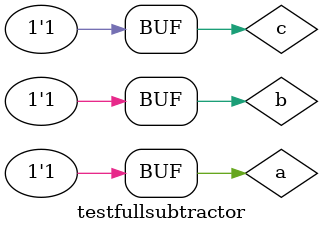
<source format=v>


module halfsubtractor (s0, s1, a, b);
 output s0, s1;
 input  a, b;
 wire q0;
 
xor XOR1 (s0, a, b);
not NOT1 (q0, a);
and AND1 (s1, q0, b);
 
 endmodule //halfsubtractor
 
// ---------------------
// -- fullsubtractor
// ---------------------

module fullsubtractor(s0, s1, a, b, c);
wire q0,q1,q2;
output s0, s1;
input a, b, c;

halfsubtractor MD1 (q0, q1, a, b);
halfsubtractor MD2 (s0, q2, c, q0);
or OR1 (s1, q1, q2);

endmodule // fullsubtractor

// --------------------------
// -- test fullsubtractor
// --------------------------

module testfullsubtractor;
 reg   a, b, c;             
 wire  s0, s1;
          // instancia
 fullsubtractor fullsubtractor1 (s0, s1, a, b, c);

 initial begin:start
      a=0; b=0; c=0;
 end

          // parte principal
 initial begin:main
      $display("Guia 04_02 - Bruno Cezar Andrade Viallet - 396679");
      $display("Fulladder usando Half-Adders.");
      $display("\nc a b = s0 s1\n");
      $monitor(" %b %b %b = %b %b", c, a, b, s0, s1);
#1 a=0;b=1;c=0;
#1 a=1;b=0;c=0;
#1 a=1;b=1;c=0;
#1 a=0;b=0;c=1;
#1 a=0;b=1;c=1;
#1 a=1;b=0;c=1;
#1 a=1;b=1;c=1;
  
 end

endmodule // testfullsubtractor
</source>
